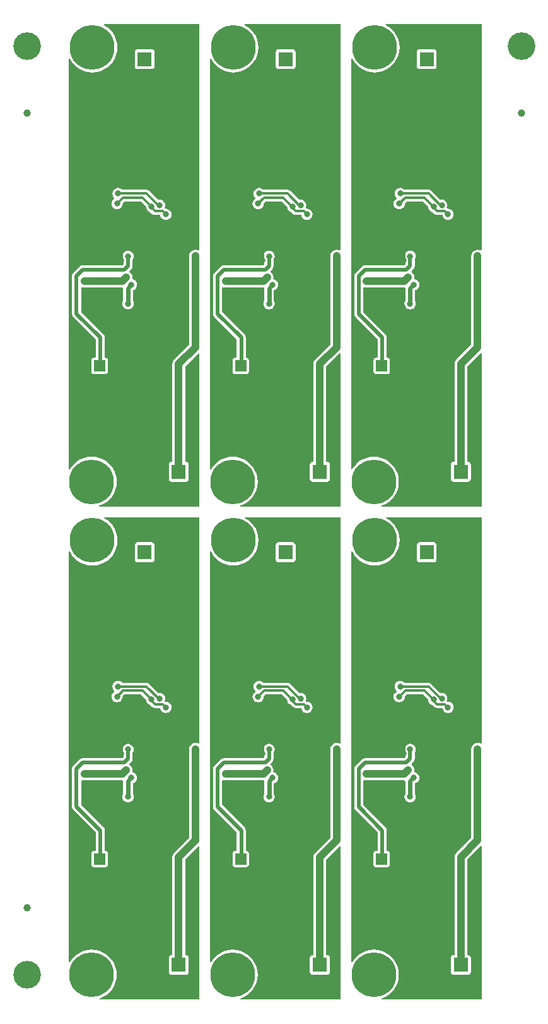
<source format=gbl>
G04*
G04 #@! TF.GenerationSoftware,Altium Limited,Altium Designer,18.1.9 (240)*
G04*
G04 Layer_Physical_Order=2*
G04 Layer_Color=16711680*
%FSAX25Y25*%
%MOIN*%
G70*
G01*
G75*
%ADD10C,0.03937*%
%ADD25C,0.03937*%
%ADD26C,0.01181*%
%ADD27C,0.01968*%
%ADD32C,0.14567*%
%ADD33C,0.23622*%
%ADD34R,0.05906X0.05906*%
%ADD35C,0.05906*%
%ADD36R,0.07677X0.07677*%
%ADD37C,0.07677*%
%ADD38C,0.03150*%
%ADD39C,0.01968*%
%ADD40C,0.11811*%
%ADD41C,0.02362*%
%ADD42C,0.07874*%
G36*
X0502926Y0496307D02*
X0502858Y0496273D01*
X0502426Y0496112D01*
X0501669Y0496425D01*
X0500795Y0496540D01*
X0499922Y0496425D01*
X0499108Y0496088D01*
X0498409Y0495552D01*
X0497872Y0494853D01*
X0497535Y0494039D01*
X0497420Y0493165D01*
Y0446453D01*
X0489550Y0438583D01*
X0489014Y0437884D01*
X0488677Y0437070D01*
X0488562Y0436197D01*
Y0384550D01*
X0488098D01*
X0487561Y0384443D01*
X0487105Y0384139D01*
X0486800Y0383683D01*
X0486693Y0383145D01*
Y0375468D01*
X0486800Y0374931D01*
X0487105Y0374475D01*
X0487561Y0374170D01*
X0488098Y0374063D01*
X0495776D01*
X0496313Y0374170D01*
X0496769Y0374475D01*
X0497074Y0374931D01*
X0497181Y0375468D01*
Y0383145D01*
X0497074Y0383683D01*
X0496769Y0384139D01*
X0496313Y0384443D01*
X0495776Y0384550D01*
X0495312D01*
Y0434798D01*
X0502464Y0441950D01*
X0502926Y0441759D01*
Y0360956D01*
X0449925D01*
X0449865Y0361456D01*
X0450002Y0361488D01*
X0451920Y0362283D01*
X0453690Y0363367D01*
X0455268Y0364716D01*
X0456616Y0366294D01*
X0457701Y0368064D01*
X0458496Y0369982D01*
X0458980Y0372001D01*
X0459143Y0374071D01*
X0458980Y0376140D01*
X0458496Y0378159D01*
X0457701Y0380077D01*
X0456616Y0381847D01*
X0455268Y0383425D01*
X0453690Y0384774D01*
X0451920Y0385858D01*
X0450002Y0386653D01*
X0447983Y0387137D01*
X0445913Y0387300D01*
X0443844Y0387137D01*
X0441825Y0386653D01*
X0439907Y0385858D01*
X0438137Y0384774D01*
X0436558Y0383425D01*
X0435210Y0381847D01*
X0434440Y0380590D01*
X0433940Y0380731D01*
Y0597298D01*
X0434431Y0597396D01*
X0434480Y0597277D01*
X0435565Y0595507D01*
X0436913Y0593928D01*
X0438491Y0592580D01*
X0440262Y0591495D01*
X0442179Y0590701D01*
X0444198Y0590216D01*
X0446268Y0590053D01*
X0448337Y0590216D01*
X0450356Y0590701D01*
X0452274Y0591495D01*
X0454044Y0592580D01*
X0455622Y0593928D01*
X0456971Y0595507D01*
X0458055Y0597277D01*
X0458850Y0599195D01*
X0459335Y0601214D01*
X0459497Y0603283D01*
X0459335Y0605353D01*
X0458850Y0607371D01*
X0458055Y0609289D01*
X0456971Y0611059D01*
X0455622Y0612638D01*
X0454044Y0613986D01*
X0452351Y0615024D01*
X0452368Y0615524D01*
X0502926D01*
Y0496307D01*
D02*
G37*
G36*
X0428359D02*
X0428291Y0496273D01*
X0427859Y0496112D01*
X0427102Y0496425D01*
X0426228Y0496540D01*
X0425355Y0496425D01*
X0424541Y0496088D01*
X0423842Y0495552D01*
X0423305Y0494853D01*
X0422968Y0494039D01*
X0422853Y0493165D01*
Y0446453D01*
X0414983Y0438583D01*
X0414447Y0437884D01*
X0414110Y0437070D01*
X0413995Y0436197D01*
Y0384550D01*
X0413531D01*
X0412994Y0384443D01*
X0412538Y0384139D01*
X0412233Y0383683D01*
X0412126Y0383145D01*
Y0375468D01*
X0412233Y0374931D01*
X0412538Y0374475D01*
X0412994Y0374170D01*
X0413531Y0374063D01*
X0421209D01*
X0421746Y0374170D01*
X0422202Y0374475D01*
X0422507Y0374931D01*
X0422614Y0375468D01*
Y0383145D01*
X0422507Y0383683D01*
X0422202Y0384139D01*
X0421746Y0384443D01*
X0421209Y0384550D01*
X0420745D01*
Y0434798D01*
X0427897Y0441950D01*
X0428359Y0441759D01*
Y0360956D01*
X0375358D01*
X0375299Y0361456D01*
X0375435Y0361488D01*
X0377353Y0362283D01*
X0379123Y0363367D01*
X0380701Y0364716D01*
X0382049Y0366294D01*
X0383134Y0368064D01*
X0383929Y0369982D01*
X0384413Y0372001D01*
X0384576Y0374071D01*
X0384413Y0376140D01*
X0383929Y0378159D01*
X0383134Y0380077D01*
X0382049Y0381847D01*
X0380701Y0383425D01*
X0379123Y0384774D01*
X0377353Y0385858D01*
X0375435Y0386653D01*
X0373416Y0387137D01*
X0371346Y0387300D01*
X0369277Y0387137D01*
X0367258Y0386653D01*
X0365340Y0385858D01*
X0363570Y0384774D01*
X0361992Y0383425D01*
X0360643Y0381847D01*
X0359873Y0380590D01*
X0359373Y0380731D01*
Y0597298D01*
X0359864Y0597396D01*
X0359913Y0597277D01*
X0360998Y0595507D01*
X0362346Y0593928D01*
X0363925Y0592580D01*
X0365695Y0591495D01*
X0367613Y0590701D01*
X0369631Y0590216D01*
X0371701Y0590053D01*
X0373770Y0590216D01*
X0375789Y0590701D01*
X0377707Y0591495D01*
X0379477Y0592580D01*
X0381056Y0593928D01*
X0382404Y0595507D01*
X0383489Y0597277D01*
X0384283Y0599195D01*
X0384768Y0601214D01*
X0384930Y0603283D01*
X0384768Y0605353D01*
X0384283Y0607371D01*
X0383489Y0609289D01*
X0382404Y0611059D01*
X0381056Y0612638D01*
X0379477Y0613986D01*
X0377784Y0615024D01*
X0377801Y0615524D01*
X0428359D01*
Y0496307D01*
D02*
G37*
G36*
X0353792D02*
X0353724Y0496273D01*
X0353292Y0496112D01*
X0352535Y0496425D01*
X0351661Y0496540D01*
X0350788Y0496425D01*
X0349974Y0496088D01*
X0349275Y0495552D01*
X0348738Y0494853D01*
X0348401Y0494039D01*
X0348286Y0493165D01*
Y0446453D01*
X0340416Y0438583D01*
X0339880Y0437884D01*
X0339543Y0437070D01*
X0339428Y0436197D01*
Y0384550D01*
X0338965D01*
X0338427Y0384443D01*
X0337971Y0384139D01*
X0337667Y0383683D01*
X0337560Y0383145D01*
Y0375468D01*
X0337667Y0374931D01*
X0337971Y0374475D01*
X0338427Y0374170D01*
X0338965Y0374063D01*
X0346642D01*
X0347179Y0374170D01*
X0347635Y0374475D01*
X0347940Y0374931D01*
X0348047Y0375468D01*
Y0383145D01*
X0347940Y0383683D01*
X0347635Y0384139D01*
X0347179Y0384443D01*
X0346642Y0384550D01*
X0346179D01*
Y0434798D01*
X0353330Y0441950D01*
X0353792Y0441759D01*
Y0360956D01*
X0300791D01*
X0300732Y0361456D01*
X0300868Y0361488D01*
X0302786Y0362283D01*
X0304556Y0363367D01*
X0306134Y0364716D01*
X0307483Y0366294D01*
X0308567Y0368064D01*
X0309362Y0369982D01*
X0309846Y0372001D01*
X0310009Y0374071D01*
X0309846Y0376140D01*
X0309362Y0378159D01*
X0308567Y0380077D01*
X0307483Y0381847D01*
X0306134Y0383425D01*
X0304556Y0384774D01*
X0302786Y0385858D01*
X0300868Y0386653D01*
X0298849Y0387137D01*
X0296779Y0387300D01*
X0294710Y0387137D01*
X0292691Y0386653D01*
X0290773Y0385858D01*
X0289003Y0384774D01*
X0287425Y0383425D01*
X0286076Y0381847D01*
X0285306Y0380590D01*
X0284806Y0380731D01*
Y0597298D01*
X0285297Y0597396D01*
X0285346Y0597277D01*
X0286431Y0595507D01*
X0287779Y0593928D01*
X0289358Y0592580D01*
X0291128Y0591495D01*
X0293046Y0590701D01*
X0295064Y0590216D01*
X0297134Y0590053D01*
X0299203Y0590216D01*
X0301222Y0590701D01*
X0303140Y0591495D01*
X0304910Y0592580D01*
X0306489Y0593928D01*
X0307837Y0595507D01*
X0308922Y0597277D01*
X0309716Y0599195D01*
X0310201Y0601214D01*
X0310364Y0603283D01*
X0310201Y0605353D01*
X0309716Y0607371D01*
X0308922Y0609289D01*
X0307837Y0611059D01*
X0306489Y0612638D01*
X0304910Y0613986D01*
X0303217Y0615024D01*
X0303234Y0615524D01*
X0353792D01*
Y0496307D01*
D02*
G37*
G36*
X0502926Y0236157D02*
X0502858Y0236124D01*
X0502426Y0235963D01*
X0501669Y0236276D01*
X0500795Y0236391D01*
X0499922Y0236276D01*
X0499108Y0235939D01*
X0498409Y0235402D01*
X0497872Y0234703D01*
X0497535Y0233889D01*
X0497420Y0233016D01*
Y0186304D01*
X0489550Y0178434D01*
X0489014Y0177735D01*
X0488677Y0176921D01*
X0488562Y0176047D01*
Y0124401D01*
X0488098D01*
X0487561Y0124294D01*
X0487105Y0123989D01*
X0486800Y0123534D01*
X0486693Y0122996D01*
Y0115319D01*
X0486800Y0114781D01*
X0487105Y0114325D01*
X0487561Y0114021D01*
X0488098Y0113914D01*
X0495776D01*
X0496313Y0114021D01*
X0496769Y0114325D01*
X0497074Y0114781D01*
X0497181Y0115319D01*
Y0122996D01*
X0497074Y0123534D01*
X0496769Y0123989D01*
X0496313Y0124294D01*
X0495776Y0124401D01*
X0495312D01*
Y0174649D01*
X0502464Y0181801D01*
X0502926Y0181609D01*
Y0100806D01*
X0449925D01*
X0449865Y0101306D01*
X0450002Y0101339D01*
X0451920Y0102134D01*
X0453690Y0103218D01*
X0455268Y0104566D01*
X0456616Y0106145D01*
X0457701Y0107915D01*
X0458496Y0109833D01*
X0458980Y0111852D01*
X0459143Y0113921D01*
X0458980Y0115991D01*
X0458496Y0118009D01*
X0457701Y0119927D01*
X0456616Y0121697D01*
X0455268Y0123276D01*
X0453690Y0124624D01*
X0451920Y0125709D01*
X0450002Y0126504D01*
X0447983Y0126988D01*
X0445913Y0127151D01*
X0443844Y0126988D01*
X0441825Y0126504D01*
X0439907Y0125709D01*
X0438137Y0124624D01*
X0436558Y0123276D01*
X0435210Y0121697D01*
X0434440Y0120441D01*
X0433940Y0120582D01*
Y0337149D01*
X0434431Y0337247D01*
X0434480Y0337128D01*
X0435565Y0335358D01*
X0436913Y0333779D01*
X0438491Y0332431D01*
X0440262Y0331346D01*
X0442179Y0330552D01*
X0444198Y0330067D01*
X0446268Y0329904D01*
X0448337Y0330067D01*
X0450356Y0330552D01*
X0452274Y0331346D01*
X0454044Y0332431D01*
X0455622Y0333779D01*
X0456971Y0335358D01*
X0458055Y0337128D01*
X0458850Y0339046D01*
X0459335Y0341064D01*
X0459497Y0343134D01*
X0459335Y0345203D01*
X0458850Y0347222D01*
X0458055Y0349140D01*
X0456971Y0350910D01*
X0455622Y0352489D01*
X0454044Y0353837D01*
X0452351Y0354874D01*
X0452368Y0355374D01*
X0502926D01*
Y0236157D01*
D02*
G37*
G36*
X0428359D02*
X0428291Y0236124D01*
X0427859Y0235963D01*
X0427102Y0236276D01*
X0426228Y0236391D01*
X0425355Y0236276D01*
X0424541Y0235939D01*
X0423842Y0235402D01*
X0423305Y0234703D01*
X0422968Y0233889D01*
X0422853Y0233016D01*
Y0186304D01*
X0414983Y0178434D01*
X0414447Y0177735D01*
X0414110Y0176921D01*
X0413995Y0176047D01*
Y0124401D01*
X0413531D01*
X0412994Y0124294D01*
X0412538Y0123989D01*
X0412233Y0123534D01*
X0412126Y0122996D01*
Y0115319D01*
X0412233Y0114781D01*
X0412538Y0114325D01*
X0412994Y0114021D01*
X0413531Y0113914D01*
X0421209D01*
X0421746Y0114021D01*
X0422202Y0114325D01*
X0422507Y0114781D01*
X0422614Y0115319D01*
Y0122996D01*
X0422507Y0123534D01*
X0422202Y0123989D01*
X0421746Y0124294D01*
X0421209Y0124401D01*
X0420745D01*
Y0174649D01*
X0427897Y0181801D01*
X0428359Y0181609D01*
Y0100806D01*
X0375358D01*
X0375299Y0101306D01*
X0375435Y0101339D01*
X0377353Y0102134D01*
X0379123Y0103218D01*
X0380701Y0104566D01*
X0382049Y0106145D01*
X0383134Y0107915D01*
X0383929Y0109833D01*
X0384413Y0111852D01*
X0384576Y0113921D01*
X0384413Y0115991D01*
X0383929Y0118009D01*
X0383134Y0119927D01*
X0382049Y0121697D01*
X0380701Y0123276D01*
X0379123Y0124624D01*
X0377353Y0125709D01*
X0375435Y0126504D01*
X0373416Y0126988D01*
X0371346Y0127151D01*
X0369277Y0126988D01*
X0367258Y0126504D01*
X0365340Y0125709D01*
X0363570Y0124624D01*
X0361992Y0123276D01*
X0360643Y0121697D01*
X0359873Y0120441D01*
X0359373Y0120582D01*
Y0337149D01*
X0359864Y0337247D01*
X0359913Y0337128D01*
X0360998Y0335358D01*
X0362346Y0333779D01*
X0363925Y0332431D01*
X0365695Y0331346D01*
X0367613Y0330552D01*
X0369631Y0330067D01*
X0371701Y0329904D01*
X0373770Y0330067D01*
X0375789Y0330552D01*
X0377707Y0331346D01*
X0379477Y0332431D01*
X0381056Y0333779D01*
X0382404Y0335358D01*
X0383489Y0337128D01*
X0384283Y0339046D01*
X0384768Y0341064D01*
X0384930Y0343134D01*
X0384768Y0345203D01*
X0384283Y0347222D01*
X0383489Y0349140D01*
X0382404Y0350910D01*
X0381056Y0352489D01*
X0379477Y0353837D01*
X0377784Y0354874D01*
X0377801Y0355374D01*
X0428359D01*
Y0236157D01*
D02*
G37*
G36*
X0353792D02*
X0353724Y0236124D01*
X0353292Y0235963D01*
X0352535Y0236276D01*
X0351661Y0236391D01*
X0350788Y0236276D01*
X0349974Y0235939D01*
X0349275Y0235402D01*
X0348738Y0234703D01*
X0348401Y0233889D01*
X0348286Y0233016D01*
Y0186304D01*
X0340416Y0178434D01*
X0339880Y0177735D01*
X0339543Y0176921D01*
X0339428Y0176047D01*
Y0124401D01*
X0338965D01*
X0338427Y0124294D01*
X0337971Y0123989D01*
X0337667Y0123534D01*
X0337560Y0122996D01*
Y0115319D01*
X0337667Y0114781D01*
X0337971Y0114325D01*
X0338427Y0114021D01*
X0338965Y0113914D01*
X0346642D01*
X0347179Y0114021D01*
X0347635Y0114325D01*
X0347940Y0114781D01*
X0348047Y0115319D01*
Y0122996D01*
X0347940Y0123534D01*
X0347635Y0123989D01*
X0347179Y0124294D01*
X0346642Y0124401D01*
X0346179D01*
Y0174649D01*
X0353330Y0181801D01*
X0353792Y0181609D01*
Y0100806D01*
X0300791D01*
X0300732Y0101306D01*
X0300868Y0101339D01*
X0302786Y0102134D01*
X0304556Y0103218D01*
X0306134Y0104566D01*
X0307483Y0106145D01*
X0308567Y0107915D01*
X0309362Y0109833D01*
X0309846Y0111852D01*
X0310009Y0113921D01*
X0309846Y0115991D01*
X0309362Y0118009D01*
X0308567Y0119927D01*
X0307483Y0121697D01*
X0306134Y0123276D01*
X0304556Y0124624D01*
X0302786Y0125709D01*
X0300868Y0126504D01*
X0298849Y0126988D01*
X0296779Y0127151D01*
X0294710Y0126988D01*
X0292691Y0126504D01*
X0290773Y0125709D01*
X0289003Y0124624D01*
X0287425Y0123276D01*
X0286076Y0121697D01*
X0285306Y0120441D01*
X0284806Y0120582D01*
Y0337149D01*
X0285297Y0337247D01*
X0285346Y0337128D01*
X0286431Y0335358D01*
X0287779Y0333779D01*
X0289358Y0332431D01*
X0291128Y0331346D01*
X0293046Y0330552D01*
X0295064Y0330067D01*
X0297134Y0329904D01*
X0299203Y0330067D01*
X0301222Y0330552D01*
X0303140Y0331346D01*
X0304910Y0332431D01*
X0306489Y0333779D01*
X0307837Y0335358D01*
X0308922Y0337128D01*
X0309716Y0339046D01*
X0310201Y0341064D01*
X0310364Y0343134D01*
X0310201Y0345203D01*
X0309716Y0347222D01*
X0308922Y0349140D01*
X0307837Y0350910D01*
X0306489Y0352489D01*
X0304910Y0353837D01*
X0303217Y0354874D01*
X0303234Y0355374D01*
X0353792D01*
Y0236157D01*
D02*
G37*
%LPC*%
G36*
X0477705Y0602267D02*
X0470027D01*
X0469490Y0602160D01*
X0469034Y0601855D01*
X0468729Y0601400D01*
X0468623Y0600862D01*
Y0593185D01*
X0468729Y0592647D01*
X0469034Y0592191D01*
X0469490Y0591887D01*
X0470027Y0591780D01*
X0477705D01*
X0478242Y0591887D01*
X0478698Y0592191D01*
X0479003Y0592647D01*
X0479110Y0593185D01*
Y0600862D01*
X0479003Y0601400D01*
X0478698Y0601855D01*
X0478242Y0602160D01*
X0477705Y0602267D01*
D02*
G37*
G36*
X0459850Y0529135D02*
X0459080Y0529034D01*
X0458361Y0528736D01*
X0457744Y0528263D01*
X0457271Y0527646D01*
X0456974Y0526928D01*
X0456872Y0526157D01*
X0456974Y0525386D01*
X0457271Y0524668D01*
X0457744Y0524051D01*
X0457941Y0523901D01*
X0457876Y0523405D01*
X0457813Y0523379D01*
X0457196Y0522906D01*
X0456723Y0522289D01*
X0456426Y0521570D01*
X0456324Y0520800D01*
X0456426Y0520029D01*
X0456723Y0519311D01*
X0457196Y0518694D01*
X0457813Y0518220D01*
X0458532Y0517923D01*
X0459302Y0517821D01*
X0460073Y0517923D01*
X0460791Y0518220D01*
X0461408Y0518694D01*
X0461882Y0519311D01*
X0462179Y0520029D01*
X0462281Y0520800D01*
X0462264Y0520923D01*
X0463365Y0522024D01*
X0471813D01*
X0474641Y0519195D01*
X0474728Y0518536D01*
X0475026Y0517817D01*
X0475499Y0517200D01*
X0476116Y0516727D01*
X0476834Y0516430D01*
X0476883Y0516423D01*
X0477930Y0515376D01*
X0478581Y0514941D01*
X0479349Y0514788D01*
X0482173D01*
X0482226Y0514390D01*
X0482523Y0513672D01*
X0482996Y0513055D01*
X0483613Y0512582D01*
X0484332Y0512284D01*
X0485102Y0512183D01*
X0485873Y0512284D01*
X0486591Y0512582D01*
X0487208Y0513055D01*
X0487682Y0513672D01*
X0487979Y0514390D01*
X0488081Y0515161D01*
X0487979Y0515932D01*
X0487682Y0516650D01*
X0487208Y0517267D01*
X0486591Y0517740D01*
X0485873Y0518038D01*
X0485102Y0518139D01*
X0484979Y0518123D01*
X0484888Y0518214D01*
X0484434Y0518517D01*
X0484690Y0519134D01*
X0484791Y0519905D01*
X0484690Y0520676D01*
X0484392Y0521394D01*
X0483919Y0522011D01*
X0483302Y0522484D01*
X0482584Y0522782D01*
X0481813Y0522883D01*
X0481145Y0522795D01*
X0476364Y0527576D01*
X0475713Y0528011D01*
X0474945Y0528164D01*
X0462032D01*
X0461956Y0528263D01*
X0461340Y0528736D01*
X0460621Y0529034D01*
X0459850Y0529135D01*
D02*
G37*
G36*
X0465102Y0495978D02*
X0464331Y0495876D01*
X0463613Y0495579D01*
X0462996Y0495106D01*
X0462523Y0494489D01*
X0462226Y0493771D01*
X0462124Y0493000D01*
X0462226Y0492229D01*
X0462523Y0491510D01*
X0462694Y0491288D01*
Y0488997D01*
X0462105Y0488408D01*
X0441189D01*
X0440267Y0488225D01*
X0439486Y0487703D01*
X0436218Y0484435D01*
X0435696Y0483654D01*
X0435513Y0482732D01*
Y0462732D01*
X0435696Y0461810D01*
X0436218Y0461029D01*
X0447993Y0449254D01*
Y0439531D01*
X0447134D01*
X0446596Y0439424D01*
X0446140Y0439119D01*
X0445836Y0438663D01*
X0445729Y0438126D01*
Y0432220D01*
X0445836Y0431682D01*
X0446140Y0431227D01*
X0446596Y0430922D01*
X0447134Y0430815D01*
X0453039D01*
X0453577Y0430922D01*
X0454033Y0431227D01*
X0454337Y0431682D01*
X0454444Y0432220D01*
Y0438126D01*
X0454337Y0438663D01*
X0454033Y0439119D01*
X0453577Y0439424D01*
X0453039Y0439531D01*
X0452810D01*
Y0450252D01*
X0452627Y0451173D01*
X0452105Y0451955D01*
X0440330Y0463730D01*
Y0476571D01*
X0440830Y0476905D01*
X0441229Y0476739D01*
X0442102Y0476624D01*
X0462099D01*
X0462119Y0476622D01*
X0462544Y0476176D01*
X0462521Y0476000D01*
Y0469484D01*
X0462226Y0468771D01*
X0462124Y0468000D01*
X0462226Y0467229D01*
X0462523Y0466510D01*
X0462996Y0465894D01*
X0463613Y0465420D01*
X0464331Y0465123D01*
X0465102Y0465021D01*
X0465873Y0465123D01*
X0466592Y0465420D01*
X0467208Y0465894D01*
X0467682Y0466510D01*
X0467979Y0467229D01*
X0468081Y0468000D01*
X0467979Y0468771D01*
X0467684Y0469484D01*
Y0475128D01*
X0467708Y0475131D01*
X0468426Y0475428D01*
X0469043Y0475902D01*
X0469516Y0476518D01*
X0469814Y0477237D01*
X0469915Y0478008D01*
X0469814Y0478778D01*
X0469516Y0479497D01*
X0469043Y0480114D01*
X0468426Y0480587D01*
X0467708Y0480884D01*
X0467370Y0481433D01*
X0467437Y0481944D01*
X0467322Y0482818D01*
X0466985Y0483632D01*
X0466448Y0484331D01*
X0465938Y0484722D01*
X0465832Y0485323D01*
X0466805Y0486297D01*
X0467327Y0487078D01*
X0467511Y0488000D01*
Y0491288D01*
X0467682Y0491510D01*
X0467979Y0492229D01*
X0468081Y0493000D01*
X0467979Y0493771D01*
X0467682Y0494489D01*
X0467208Y0495106D01*
X0466592Y0495579D01*
X0465873Y0495876D01*
X0465102Y0495978D01*
D02*
G37*
G36*
X0403138Y0602267D02*
X0395461D01*
X0394923Y0602160D01*
X0394467Y0601855D01*
X0394163Y0601400D01*
X0394056Y0600862D01*
Y0593185D01*
X0394163Y0592647D01*
X0394467Y0592191D01*
X0394923Y0591887D01*
X0395461Y0591780D01*
X0403138D01*
X0403675Y0591887D01*
X0404131Y0592191D01*
X0404436Y0592647D01*
X0404543Y0593185D01*
Y0600862D01*
X0404436Y0601400D01*
X0404131Y0601855D01*
X0403675Y0602160D01*
X0403138Y0602267D01*
D02*
G37*
G36*
X0385283Y0529135D02*
X0384513Y0529034D01*
X0383794Y0528736D01*
X0383177Y0528263D01*
X0382704Y0527646D01*
X0382407Y0526928D01*
X0382305Y0526157D01*
X0382407Y0525386D01*
X0382704Y0524668D01*
X0383177Y0524051D01*
X0383374Y0523901D01*
X0383309Y0523405D01*
X0383246Y0523379D01*
X0382629Y0522906D01*
X0382156Y0522289D01*
X0381859Y0521570D01*
X0381757Y0520800D01*
X0381859Y0520029D01*
X0382156Y0519311D01*
X0382629Y0518694D01*
X0383246Y0518220D01*
X0383965Y0517923D01*
X0384735Y0517821D01*
X0385506Y0517923D01*
X0386225Y0518220D01*
X0386841Y0518694D01*
X0387315Y0519311D01*
X0387612Y0520029D01*
X0387714Y0520800D01*
X0387697Y0520923D01*
X0388798Y0522024D01*
X0397246D01*
X0400074Y0519195D01*
X0400161Y0518536D01*
X0400459Y0517817D01*
X0400932Y0517200D01*
X0401549Y0516727D01*
X0402267Y0516430D01*
X0402316Y0516423D01*
X0403363Y0515376D01*
X0404014Y0514941D01*
X0404782Y0514788D01*
X0407606D01*
X0407659Y0514390D01*
X0407956Y0513672D01*
X0408429Y0513055D01*
X0409046Y0512582D01*
X0409765Y0512284D01*
X0410535Y0512183D01*
X0411306Y0512284D01*
X0412024Y0512582D01*
X0412641Y0513055D01*
X0413115Y0513672D01*
X0413412Y0514390D01*
X0413514Y0515161D01*
X0413412Y0515932D01*
X0413115Y0516650D01*
X0412641Y0517267D01*
X0412024Y0517740D01*
X0411306Y0518038D01*
X0410535Y0518139D01*
X0410412Y0518123D01*
X0410321Y0518214D01*
X0409867Y0518517D01*
X0410123Y0519134D01*
X0410224Y0519905D01*
X0410123Y0520676D01*
X0409825Y0521394D01*
X0409352Y0522011D01*
X0408735Y0522484D01*
X0408017Y0522782D01*
X0407246Y0522883D01*
X0406578Y0522795D01*
X0401797Y0527576D01*
X0401146Y0528011D01*
X0400378Y0528164D01*
X0387465D01*
X0387389Y0528263D01*
X0386773Y0528736D01*
X0386054Y0529034D01*
X0385283Y0529135D01*
D02*
G37*
G36*
X0390535Y0495978D02*
X0389765Y0495876D01*
X0389046Y0495579D01*
X0388429Y0495106D01*
X0387956Y0494489D01*
X0387659Y0493771D01*
X0387557Y0493000D01*
X0387659Y0492229D01*
X0387956Y0491510D01*
X0388127Y0491288D01*
Y0488997D01*
X0387538Y0488408D01*
X0366622D01*
X0365700Y0488225D01*
X0364919Y0487703D01*
X0361651Y0484435D01*
X0361129Y0483654D01*
X0360946Y0482732D01*
Y0462732D01*
X0361129Y0461810D01*
X0361651Y0461029D01*
X0373426Y0449254D01*
Y0439531D01*
X0372567D01*
X0372029Y0439424D01*
X0371573Y0439119D01*
X0371269Y0438663D01*
X0371162Y0438126D01*
Y0432220D01*
X0371269Y0431682D01*
X0371573Y0431227D01*
X0372029Y0430922D01*
X0372567Y0430815D01*
X0378472D01*
X0379010Y0430922D01*
X0379466Y0431227D01*
X0379770Y0431682D01*
X0379877Y0432220D01*
Y0438126D01*
X0379770Y0438663D01*
X0379466Y0439119D01*
X0379010Y0439424D01*
X0378472Y0439531D01*
X0378243D01*
Y0450252D01*
X0378060Y0451173D01*
X0377538Y0451955D01*
X0365763Y0463730D01*
Y0476571D01*
X0366263Y0476905D01*
X0366662Y0476739D01*
X0367535Y0476624D01*
X0387532D01*
X0387552Y0476622D01*
X0387978Y0476176D01*
X0387954Y0476000D01*
Y0469484D01*
X0387659Y0468771D01*
X0387557Y0468000D01*
X0387659Y0467229D01*
X0387956Y0466510D01*
X0388429Y0465894D01*
X0389046Y0465420D01*
X0389765Y0465123D01*
X0390535Y0465021D01*
X0391306Y0465123D01*
X0392024Y0465420D01*
X0392641Y0465894D01*
X0393115Y0466510D01*
X0393412Y0467229D01*
X0393514Y0468000D01*
X0393412Y0468771D01*
X0393117Y0469484D01*
Y0475128D01*
X0393141Y0475131D01*
X0393859Y0475428D01*
X0394476Y0475902D01*
X0394949Y0476518D01*
X0395247Y0477237D01*
X0395348Y0478008D01*
X0395247Y0478778D01*
X0394949Y0479497D01*
X0394476Y0480114D01*
X0393859Y0480587D01*
X0393141Y0480884D01*
X0392803Y0481433D01*
X0392870Y0481944D01*
X0392755Y0482818D01*
X0392418Y0483632D01*
X0391881Y0484331D01*
X0391371Y0484722D01*
X0391265Y0485323D01*
X0392238Y0486297D01*
X0392761Y0487078D01*
X0392944Y0488000D01*
Y0491288D01*
X0393115Y0491510D01*
X0393412Y0492229D01*
X0393514Y0493000D01*
X0393412Y0493771D01*
X0393115Y0494489D01*
X0392641Y0495106D01*
X0392024Y0495579D01*
X0391306Y0495876D01*
X0390535Y0495978D01*
D02*
G37*
G36*
X0328571Y0602267D02*
X0320894D01*
X0320356Y0602160D01*
X0319900Y0601855D01*
X0319596Y0601400D01*
X0319489Y0600862D01*
Y0593185D01*
X0319596Y0592647D01*
X0319900Y0592191D01*
X0320356Y0591887D01*
X0320894Y0591780D01*
X0328571D01*
X0329109Y0591887D01*
X0329564Y0592191D01*
X0329869Y0592647D01*
X0329976Y0593185D01*
Y0600862D01*
X0329869Y0601400D01*
X0329564Y0601855D01*
X0329109Y0602160D01*
X0328571Y0602267D01*
D02*
G37*
G36*
X0310717Y0529135D02*
X0309946Y0529034D01*
X0309227Y0528736D01*
X0308611Y0528263D01*
X0308137Y0527646D01*
X0307840Y0526928D01*
X0307738Y0526157D01*
X0307840Y0525386D01*
X0308137Y0524668D01*
X0308611Y0524051D01*
X0308807Y0523901D01*
X0308742Y0523405D01*
X0308679Y0523379D01*
X0308063Y0522906D01*
X0307589Y0522289D01*
X0307292Y0521570D01*
X0307190Y0520800D01*
X0307292Y0520029D01*
X0307589Y0519311D01*
X0308063Y0518694D01*
X0308679Y0518220D01*
X0309398Y0517923D01*
X0310169Y0517821D01*
X0310939Y0517923D01*
X0311658Y0518220D01*
X0312274Y0518694D01*
X0312748Y0519311D01*
X0313045Y0520029D01*
X0313147Y0520800D01*
X0313130Y0520923D01*
X0314231Y0522024D01*
X0322679D01*
X0325508Y0519195D01*
X0325594Y0518536D01*
X0325892Y0517817D01*
X0326365Y0517200D01*
X0326982Y0516727D01*
X0327700Y0516430D01*
X0327749Y0516423D01*
X0328796Y0515376D01*
X0329448Y0514941D01*
X0330216Y0514788D01*
X0333039D01*
X0333092Y0514390D01*
X0333389Y0513672D01*
X0333863Y0513055D01*
X0334479Y0512582D01*
X0335198Y0512284D01*
X0335968Y0512183D01*
X0336739Y0512284D01*
X0337458Y0512582D01*
X0338074Y0513055D01*
X0338548Y0513672D01*
X0338845Y0514390D01*
X0338947Y0515161D01*
X0338845Y0515932D01*
X0338548Y0516650D01*
X0338074Y0517267D01*
X0337458Y0517740D01*
X0336739Y0518038D01*
X0335968Y0518139D01*
X0335845Y0518123D01*
X0335754Y0518214D01*
X0335300Y0518517D01*
X0335556Y0519134D01*
X0335657Y0519905D01*
X0335556Y0520676D01*
X0335258Y0521394D01*
X0334785Y0522011D01*
X0334168Y0522484D01*
X0333450Y0522782D01*
X0332679Y0522883D01*
X0332011Y0522795D01*
X0327230Y0527576D01*
X0326579Y0528011D01*
X0325811Y0528164D01*
X0312898D01*
X0312823Y0528263D01*
X0312206Y0528736D01*
X0311487Y0529034D01*
X0310717Y0529135D01*
D02*
G37*
G36*
X0315968Y0495978D02*
X0315198Y0495876D01*
X0314479Y0495579D01*
X0313863Y0495106D01*
X0313389Y0494489D01*
X0313092Y0493771D01*
X0312990Y0493000D01*
X0313092Y0492229D01*
X0313389Y0491510D01*
X0313560Y0491288D01*
Y0488997D01*
X0312971Y0488408D01*
X0292055D01*
X0291133Y0488225D01*
X0290352Y0487703D01*
X0287084Y0484435D01*
X0286562Y0483654D01*
X0286379Y0482732D01*
Y0462732D01*
X0286562Y0461810D01*
X0287084Y0461029D01*
X0298859Y0449254D01*
Y0439531D01*
X0298000D01*
X0297462Y0439424D01*
X0297007Y0439119D01*
X0296702Y0438663D01*
X0296595Y0438126D01*
Y0432220D01*
X0296702Y0431682D01*
X0297007Y0431227D01*
X0297462Y0430922D01*
X0298000Y0430815D01*
X0303906D01*
X0304443Y0430922D01*
X0304899Y0431227D01*
X0305204Y0431682D01*
X0305310Y0432220D01*
Y0438126D01*
X0305204Y0438663D01*
X0304899Y0439119D01*
X0304443Y0439424D01*
X0303906Y0439531D01*
X0303676D01*
Y0450252D01*
X0303493Y0451173D01*
X0302971Y0451955D01*
X0291196Y0463730D01*
Y0476571D01*
X0291696Y0476905D01*
X0292095Y0476739D01*
X0292969Y0476624D01*
X0312965D01*
X0312985Y0476622D01*
X0313411Y0476176D01*
X0313387Y0476000D01*
Y0469484D01*
X0313092Y0468771D01*
X0312990Y0468000D01*
X0313092Y0467229D01*
X0313389Y0466510D01*
X0313863Y0465894D01*
X0314479Y0465420D01*
X0315198Y0465123D01*
X0315968Y0465021D01*
X0316739Y0465123D01*
X0317458Y0465420D01*
X0318074Y0465894D01*
X0318548Y0466510D01*
X0318845Y0467229D01*
X0318947Y0468000D01*
X0318845Y0468771D01*
X0318550Y0469484D01*
Y0475128D01*
X0318574Y0475131D01*
X0319292Y0475428D01*
X0319909Y0475902D01*
X0320382Y0476518D01*
X0320680Y0477237D01*
X0320781Y0478008D01*
X0320680Y0478778D01*
X0320382Y0479497D01*
X0319909Y0480114D01*
X0319292Y0480587D01*
X0318574Y0480884D01*
X0318236Y0481433D01*
X0318303Y0481944D01*
X0318188Y0482818D01*
X0317851Y0483632D01*
X0317315Y0484331D01*
X0316804Y0484722D01*
X0316698Y0485323D01*
X0317671Y0486297D01*
X0318194Y0487078D01*
X0318377Y0488000D01*
Y0491288D01*
X0318548Y0491510D01*
X0318845Y0492229D01*
X0318947Y0493000D01*
X0318845Y0493771D01*
X0318548Y0494489D01*
X0318074Y0495106D01*
X0317458Y0495579D01*
X0316739Y0495876D01*
X0315968Y0495978D01*
D02*
G37*
G36*
X0477705Y0342118D02*
X0470027D01*
X0469490Y0342011D01*
X0469034Y0341706D01*
X0468729Y0341250D01*
X0468623Y0340713D01*
Y0333035D01*
X0468729Y0332498D01*
X0469034Y0332042D01*
X0469490Y0331737D01*
X0470027Y0331630D01*
X0477705D01*
X0478242Y0331737D01*
X0478698Y0332042D01*
X0479003Y0332498D01*
X0479110Y0333035D01*
Y0340713D01*
X0479003Y0341250D01*
X0478698Y0341706D01*
X0478242Y0342011D01*
X0477705Y0342118D01*
D02*
G37*
G36*
X0459850Y0268986D02*
X0459080Y0268885D01*
X0458361Y0268587D01*
X0457744Y0268114D01*
X0457271Y0267497D01*
X0456974Y0266779D01*
X0456872Y0266008D01*
X0456974Y0265237D01*
X0457271Y0264519D01*
X0457744Y0263902D01*
X0457941Y0263751D01*
X0457876Y0263256D01*
X0457813Y0263230D01*
X0457196Y0262756D01*
X0456723Y0262140D01*
X0456426Y0261421D01*
X0456324Y0260650D01*
X0456426Y0259880D01*
X0456723Y0259161D01*
X0457196Y0258544D01*
X0457813Y0258071D01*
X0458532Y0257774D01*
X0459302Y0257672D01*
X0460073Y0257774D01*
X0460791Y0258071D01*
X0461408Y0258544D01*
X0461882Y0259161D01*
X0462179Y0259880D01*
X0462281Y0260650D01*
X0462264Y0260774D01*
X0463365Y0261875D01*
X0471813D01*
X0474641Y0259046D01*
X0474728Y0258386D01*
X0475026Y0257668D01*
X0475499Y0257051D01*
X0476116Y0256578D01*
X0476834Y0256280D01*
X0476883Y0256274D01*
X0477930Y0255226D01*
X0478581Y0254791D01*
X0479349Y0254639D01*
X0482173D01*
X0482226Y0254241D01*
X0482523Y0253523D01*
X0482996Y0252906D01*
X0483613Y0252433D01*
X0484332Y0252135D01*
X0485102Y0252034D01*
X0485873Y0252135D01*
X0486591Y0252433D01*
X0487208Y0252906D01*
X0487682Y0253523D01*
X0487979Y0254241D01*
X0488081Y0255012D01*
X0487979Y0255783D01*
X0487682Y0256501D01*
X0487208Y0257118D01*
X0486591Y0257591D01*
X0485873Y0257889D01*
X0485102Y0257990D01*
X0484979Y0257974D01*
X0484888Y0258065D01*
X0484434Y0258368D01*
X0484690Y0258985D01*
X0484791Y0259756D01*
X0484690Y0260527D01*
X0484392Y0261245D01*
X0483919Y0261862D01*
X0483302Y0262335D01*
X0482584Y0262633D01*
X0481813Y0262734D01*
X0481145Y0262646D01*
X0476364Y0267427D01*
X0475713Y0267862D01*
X0474945Y0268015D01*
X0462032D01*
X0461956Y0268114D01*
X0461340Y0268587D01*
X0460621Y0268885D01*
X0459850Y0268986D01*
D02*
G37*
G36*
X0465102Y0235829D02*
X0464331Y0235727D01*
X0463613Y0235430D01*
X0462996Y0234956D01*
X0462523Y0234339D01*
X0462226Y0233621D01*
X0462124Y0232850D01*
X0462226Y0232080D01*
X0462523Y0231361D01*
X0462694Y0231139D01*
Y0228848D01*
X0462105Y0228259D01*
X0441189D01*
X0440267Y0228076D01*
X0439486Y0227553D01*
X0436218Y0224286D01*
X0435696Y0223504D01*
X0435513Y0222583D01*
Y0202583D01*
X0435696Y0201661D01*
X0436218Y0200880D01*
X0447993Y0189105D01*
Y0179381D01*
X0447134D01*
X0446596Y0179274D01*
X0446140Y0178970D01*
X0445836Y0178514D01*
X0445729Y0177976D01*
Y0172071D01*
X0445836Y0171533D01*
X0446140Y0171077D01*
X0446596Y0170773D01*
X0447134Y0170666D01*
X0453039D01*
X0453577Y0170773D01*
X0454033Y0171077D01*
X0454337Y0171533D01*
X0454444Y0172071D01*
Y0177976D01*
X0454337Y0178514D01*
X0454033Y0178970D01*
X0453577Y0179274D01*
X0453039Y0179381D01*
X0452810D01*
Y0190102D01*
X0452627Y0191024D01*
X0452105Y0191805D01*
X0440330Y0203580D01*
Y0216421D01*
X0440830Y0216755D01*
X0441229Y0216590D01*
X0442102Y0216475D01*
X0462099D01*
X0462119Y0216473D01*
X0462544Y0216027D01*
X0462521Y0215850D01*
Y0209335D01*
X0462226Y0208621D01*
X0462124Y0207850D01*
X0462226Y0207080D01*
X0462523Y0206361D01*
X0462996Y0205745D01*
X0463613Y0205271D01*
X0464331Y0204974D01*
X0465102Y0204872D01*
X0465873Y0204974D01*
X0466592Y0205271D01*
X0467208Y0205745D01*
X0467682Y0206361D01*
X0467979Y0207080D01*
X0468081Y0207850D01*
X0467979Y0208621D01*
X0467684Y0209335D01*
Y0214978D01*
X0467708Y0214982D01*
X0468426Y0215279D01*
X0469043Y0215752D01*
X0469516Y0216369D01*
X0469814Y0217087D01*
X0469915Y0217858D01*
X0469814Y0218629D01*
X0469516Y0219347D01*
X0469043Y0219964D01*
X0468426Y0220438D01*
X0467708Y0220735D01*
X0467370Y0221284D01*
X0467437Y0221795D01*
X0467322Y0222669D01*
X0466985Y0223483D01*
X0466448Y0224182D01*
X0465938Y0224573D01*
X0465832Y0225174D01*
X0466805Y0226147D01*
X0467327Y0226929D01*
X0467511Y0227850D01*
Y0231139D01*
X0467682Y0231361D01*
X0467979Y0232080D01*
X0468081Y0232850D01*
X0467979Y0233621D01*
X0467682Y0234339D01*
X0467208Y0234956D01*
X0466592Y0235430D01*
X0465873Y0235727D01*
X0465102Y0235829D01*
D02*
G37*
G36*
X0403138Y0342118D02*
X0395461D01*
X0394923Y0342011D01*
X0394467Y0341706D01*
X0394163Y0341250D01*
X0394056Y0340713D01*
Y0333035D01*
X0394163Y0332498D01*
X0394467Y0332042D01*
X0394923Y0331737D01*
X0395461Y0331630D01*
X0403138D01*
X0403675Y0331737D01*
X0404131Y0332042D01*
X0404436Y0332498D01*
X0404543Y0333035D01*
Y0340713D01*
X0404436Y0341250D01*
X0404131Y0341706D01*
X0403675Y0342011D01*
X0403138Y0342118D01*
D02*
G37*
G36*
X0385283Y0268986D02*
X0384513Y0268885D01*
X0383794Y0268587D01*
X0383177Y0268114D01*
X0382704Y0267497D01*
X0382407Y0266779D01*
X0382305Y0266008D01*
X0382407Y0265237D01*
X0382704Y0264519D01*
X0383177Y0263902D01*
X0383374Y0263751D01*
X0383309Y0263256D01*
X0383246Y0263230D01*
X0382629Y0262756D01*
X0382156Y0262140D01*
X0381859Y0261421D01*
X0381757Y0260650D01*
X0381859Y0259880D01*
X0382156Y0259161D01*
X0382629Y0258544D01*
X0383246Y0258071D01*
X0383965Y0257774D01*
X0384735Y0257672D01*
X0385506Y0257774D01*
X0386225Y0258071D01*
X0386841Y0258544D01*
X0387315Y0259161D01*
X0387612Y0259880D01*
X0387714Y0260650D01*
X0387697Y0260774D01*
X0388798Y0261875D01*
X0397246D01*
X0400074Y0259046D01*
X0400161Y0258386D01*
X0400459Y0257668D01*
X0400932Y0257051D01*
X0401549Y0256578D01*
X0402267Y0256280D01*
X0402316Y0256274D01*
X0403363Y0255226D01*
X0404014Y0254791D01*
X0404782Y0254639D01*
X0407606D01*
X0407659Y0254241D01*
X0407956Y0253523D01*
X0408429Y0252906D01*
X0409046Y0252433D01*
X0409765Y0252135D01*
X0410535Y0252034D01*
X0411306Y0252135D01*
X0412024Y0252433D01*
X0412641Y0252906D01*
X0413115Y0253523D01*
X0413412Y0254241D01*
X0413514Y0255012D01*
X0413412Y0255783D01*
X0413115Y0256501D01*
X0412641Y0257118D01*
X0412024Y0257591D01*
X0411306Y0257889D01*
X0410535Y0257990D01*
X0410412Y0257974D01*
X0410321Y0258065D01*
X0409867Y0258368D01*
X0410123Y0258985D01*
X0410224Y0259756D01*
X0410123Y0260527D01*
X0409825Y0261245D01*
X0409352Y0261862D01*
X0408735Y0262335D01*
X0408017Y0262633D01*
X0407246Y0262734D01*
X0406578Y0262646D01*
X0401797Y0267427D01*
X0401146Y0267862D01*
X0400378Y0268015D01*
X0387465D01*
X0387389Y0268114D01*
X0386773Y0268587D01*
X0386054Y0268885D01*
X0385283Y0268986D01*
D02*
G37*
G36*
X0390535Y0235829D02*
X0389765Y0235727D01*
X0389046Y0235430D01*
X0388429Y0234956D01*
X0387956Y0234339D01*
X0387659Y0233621D01*
X0387557Y0232850D01*
X0387659Y0232080D01*
X0387956Y0231361D01*
X0388127Y0231139D01*
Y0228848D01*
X0387538Y0228259D01*
X0366622D01*
X0365700Y0228076D01*
X0364919Y0227553D01*
X0361651Y0224286D01*
X0361129Y0223504D01*
X0360946Y0222583D01*
Y0202583D01*
X0361129Y0201661D01*
X0361651Y0200880D01*
X0373426Y0189105D01*
Y0179381D01*
X0372567D01*
X0372029Y0179274D01*
X0371573Y0178970D01*
X0371269Y0178514D01*
X0371162Y0177976D01*
Y0172071D01*
X0371269Y0171533D01*
X0371573Y0171077D01*
X0372029Y0170773D01*
X0372567Y0170666D01*
X0378472D01*
X0379010Y0170773D01*
X0379466Y0171077D01*
X0379770Y0171533D01*
X0379877Y0172071D01*
Y0177976D01*
X0379770Y0178514D01*
X0379466Y0178970D01*
X0379010Y0179274D01*
X0378472Y0179381D01*
X0378243D01*
Y0190102D01*
X0378060Y0191024D01*
X0377538Y0191805D01*
X0365763Y0203580D01*
Y0216421D01*
X0366263Y0216755D01*
X0366662Y0216590D01*
X0367535Y0216475D01*
X0387532D01*
X0387552Y0216473D01*
X0387978Y0216027D01*
X0387954Y0215850D01*
Y0209335D01*
X0387659Y0208621D01*
X0387557Y0207850D01*
X0387659Y0207080D01*
X0387956Y0206361D01*
X0388429Y0205745D01*
X0389046Y0205271D01*
X0389765Y0204974D01*
X0390535Y0204872D01*
X0391306Y0204974D01*
X0392024Y0205271D01*
X0392641Y0205745D01*
X0393115Y0206361D01*
X0393412Y0207080D01*
X0393514Y0207850D01*
X0393412Y0208621D01*
X0393117Y0209335D01*
Y0214978D01*
X0393141Y0214982D01*
X0393859Y0215279D01*
X0394476Y0215752D01*
X0394949Y0216369D01*
X0395247Y0217087D01*
X0395348Y0217858D01*
X0395247Y0218629D01*
X0394949Y0219347D01*
X0394476Y0219964D01*
X0393859Y0220438D01*
X0393141Y0220735D01*
X0392803Y0221284D01*
X0392870Y0221795D01*
X0392755Y0222669D01*
X0392418Y0223483D01*
X0391881Y0224182D01*
X0391371Y0224573D01*
X0391265Y0225174D01*
X0392238Y0226147D01*
X0392761Y0226929D01*
X0392944Y0227850D01*
Y0231139D01*
X0393115Y0231361D01*
X0393412Y0232080D01*
X0393514Y0232850D01*
X0393412Y0233621D01*
X0393115Y0234339D01*
X0392641Y0234956D01*
X0392024Y0235430D01*
X0391306Y0235727D01*
X0390535Y0235829D01*
D02*
G37*
G36*
X0328571Y0342118D02*
X0320894D01*
X0320356Y0342011D01*
X0319900Y0341706D01*
X0319596Y0341250D01*
X0319489Y0340713D01*
Y0333035D01*
X0319596Y0332498D01*
X0319900Y0332042D01*
X0320356Y0331737D01*
X0320894Y0331630D01*
X0328571D01*
X0329109Y0331737D01*
X0329564Y0332042D01*
X0329869Y0332498D01*
X0329976Y0333035D01*
Y0340713D01*
X0329869Y0341250D01*
X0329564Y0341706D01*
X0329109Y0342011D01*
X0328571Y0342118D01*
D02*
G37*
G36*
X0310717Y0268986D02*
X0309946Y0268885D01*
X0309227Y0268587D01*
X0308611Y0268114D01*
X0308137Y0267497D01*
X0307840Y0266779D01*
X0307738Y0266008D01*
X0307840Y0265237D01*
X0308137Y0264519D01*
X0308611Y0263902D01*
X0308807Y0263751D01*
X0308742Y0263256D01*
X0308679Y0263230D01*
X0308063Y0262756D01*
X0307589Y0262140D01*
X0307292Y0261421D01*
X0307190Y0260650D01*
X0307292Y0259880D01*
X0307589Y0259161D01*
X0308063Y0258544D01*
X0308679Y0258071D01*
X0309398Y0257774D01*
X0310169Y0257672D01*
X0310939Y0257774D01*
X0311658Y0258071D01*
X0312274Y0258544D01*
X0312748Y0259161D01*
X0313045Y0259880D01*
X0313147Y0260650D01*
X0313130Y0260774D01*
X0314231Y0261875D01*
X0322679D01*
X0325508Y0259046D01*
X0325594Y0258386D01*
X0325892Y0257668D01*
X0326365Y0257051D01*
X0326982Y0256578D01*
X0327700Y0256280D01*
X0327749Y0256274D01*
X0328796Y0255226D01*
X0329448Y0254791D01*
X0330216Y0254639D01*
X0333039D01*
X0333092Y0254241D01*
X0333389Y0253523D01*
X0333863Y0252906D01*
X0334479Y0252433D01*
X0335198Y0252135D01*
X0335968Y0252034D01*
X0336739Y0252135D01*
X0337458Y0252433D01*
X0338074Y0252906D01*
X0338548Y0253523D01*
X0338845Y0254241D01*
X0338947Y0255012D01*
X0338845Y0255783D01*
X0338548Y0256501D01*
X0338074Y0257118D01*
X0337458Y0257591D01*
X0336739Y0257889D01*
X0335968Y0257990D01*
X0335845Y0257974D01*
X0335754Y0258065D01*
X0335300Y0258368D01*
X0335556Y0258985D01*
X0335657Y0259756D01*
X0335556Y0260527D01*
X0335258Y0261245D01*
X0334785Y0261862D01*
X0334168Y0262335D01*
X0333450Y0262633D01*
X0332679Y0262734D01*
X0332011Y0262646D01*
X0327230Y0267427D01*
X0326579Y0267862D01*
X0325811Y0268015D01*
X0312898D01*
X0312823Y0268114D01*
X0312206Y0268587D01*
X0311487Y0268885D01*
X0310717Y0268986D01*
D02*
G37*
G36*
X0315968Y0235829D02*
X0315198Y0235727D01*
X0314479Y0235430D01*
X0313863Y0234956D01*
X0313389Y0234339D01*
X0313092Y0233621D01*
X0312990Y0232850D01*
X0313092Y0232080D01*
X0313389Y0231361D01*
X0313560Y0231139D01*
Y0228848D01*
X0312971Y0228259D01*
X0292055D01*
X0291133Y0228076D01*
X0290352Y0227553D01*
X0287084Y0224286D01*
X0286562Y0223504D01*
X0286379Y0222583D01*
Y0202583D01*
X0286562Y0201661D01*
X0287084Y0200880D01*
X0298859Y0189105D01*
Y0179381D01*
X0298000D01*
X0297462Y0179274D01*
X0297007Y0178970D01*
X0296702Y0178514D01*
X0296595Y0177976D01*
Y0172071D01*
X0296702Y0171533D01*
X0297007Y0171077D01*
X0297462Y0170773D01*
X0298000Y0170666D01*
X0303906D01*
X0304443Y0170773D01*
X0304899Y0171077D01*
X0305204Y0171533D01*
X0305310Y0172071D01*
Y0177976D01*
X0305204Y0178514D01*
X0304899Y0178970D01*
X0304443Y0179274D01*
X0303906Y0179381D01*
X0303676D01*
Y0190102D01*
X0303493Y0191024D01*
X0302971Y0191805D01*
X0291196Y0203580D01*
Y0216421D01*
X0291696Y0216755D01*
X0292095Y0216590D01*
X0292969Y0216475D01*
X0312965D01*
X0312985Y0216473D01*
X0313411Y0216027D01*
X0313387Y0215850D01*
Y0209335D01*
X0313092Y0208621D01*
X0312990Y0207850D01*
X0313092Y0207080D01*
X0313389Y0206361D01*
X0313863Y0205745D01*
X0314479Y0205271D01*
X0315198Y0204974D01*
X0315968Y0204872D01*
X0316739Y0204974D01*
X0317458Y0205271D01*
X0318074Y0205745D01*
X0318548Y0206361D01*
X0318845Y0207080D01*
X0318947Y0207850D01*
X0318845Y0208621D01*
X0318550Y0209335D01*
Y0214978D01*
X0318574Y0214982D01*
X0319292Y0215279D01*
X0319909Y0215752D01*
X0320382Y0216369D01*
X0320680Y0217087D01*
X0320781Y0217858D01*
X0320680Y0218629D01*
X0320382Y0219347D01*
X0319909Y0219964D01*
X0319292Y0220438D01*
X0318574Y0220735D01*
X0318236Y0221284D01*
X0318303Y0221795D01*
X0318188Y0222669D01*
X0317851Y0223483D01*
X0317315Y0224182D01*
X0316804Y0224573D01*
X0316698Y0225174D01*
X0317671Y0226147D01*
X0318194Y0226929D01*
X0318377Y0227850D01*
Y0231139D01*
X0318548Y0231361D01*
X0318845Y0232080D01*
X0318947Y0232850D01*
X0318845Y0233621D01*
X0318548Y0234339D01*
X0318074Y0234956D01*
X0317458Y0235430D01*
X0316739Y0235727D01*
X0315968Y0235829D01*
D02*
G37*
%LPD*%
D10*
X0524000Y0568567D02*
D03*
X0262500D02*
D03*
Y0149433D02*
D03*
D25*
X0351661Y0184906D02*
Y0233016D01*
X0342803Y0176047D02*
X0351661Y0184906D01*
X0342803Y0119118D02*
Y0176047D01*
X0312983Y0219850D02*
X0314928Y0221795D01*
X0292969Y0219850D02*
X0312983D01*
X0426228Y0184906D02*
Y0233016D01*
X0417370Y0176047D02*
X0426228Y0184906D01*
X0417370Y0119118D02*
Y0176047D01*
X0387550Y0219850D02*
X0389495Y0221795D01*
X0367535Y0219850D02*
X0387550D01*
X0500795Y0184906D02*
Y0233016D01*
X0491937Y0176047D02*
X0500795Y0184906D01*
X0491937Y0119118D02*
Y0176047D01*
X0462117Y0219850D02*
X0464062Y0221795D01*
X0442102Y0219850D02*
X0462117D01*
X0351661Y0445055D02*
Y0493165D01*
X0342803Y0436197D02*
X0351661Y0445055D01*
X0342803Y0379267D02*
Y0436197D01*
X0312983Y0480000D02*
X0314928Y0481944D01*
X0292969Y0480000D02*
X0312983D01*
X0426228Y0445055D02*
Y0493165D01*
X0417370Y0436197D02*
X0426228Y0445055D01*
X0417370Y0379267D02*
Y0436197D01*
X0387550Y0480000D02*
X0389495Y0481944D01*
X0367535Y0480000D02*
X0387550D01*
X0500795Y0445055D02*
Y0493165D01*
X0491937Y0436197D02*
X0500795Y0445055D01*
X0491937Y0379267D02*
Y0436197D01*
X0462117Y0480000D02*
X0464062Y0481944D01*
X0442102Y0480000D02*
X0462117D01*
D26*
X0310169Y0260650D02*
X0313400Y0263882D01*
X0332740Y0259850D02*
X0332854Y0259736D01*
X0334335Y0256646D02*
X0335968Y0255012D01*
X0332835Y0259945D02*
X0332837Y0259943D01*
X0332740Y0259850D02*
X0332835Y0259945D01*
X0313400Y0263882D02*
X0323510D01*
X0330216Y0256646D02*
X0334335D01*
X0328196Y0258666D02*
X0330216Y0256646D01*
X0323510Y0263882D02*
X0328196Y0259196D01*
X0332221Y0259598D02*
X0332378Y0259756D01*
X0332679D01*
Y0259786D02*
X0332837Y0259943D01*
X0332679Y0259756D02*
Y0259786D01*
X0328471Y0258941D02*
Y0259157D01*
X0328196Y0259196D02*
X0328432D01*
X0328471Y0259157D01*
X0328196Y0258666D02*
X0328471Y0258941D01*
X0310717Y0266008D02*
X0325811D01*
X0332221Y0259598D01*
X0384735Y0260650D02*
X0387967Y0263882D01*
X0407307Y0259850D02*
X0407421Y0259736D01*
X0408902Y0256646D02*
X0410535Y0255012D01*
X0407402Y0259945D02*
X0407403Y0259943D01*
X0407307Y0259850D02*
X0407402Y0259945D01*
X0387967Y0263882D02*
X0398077D01*
X0404782Y0256646D02*
X0408902D01*
X0402763Y0258666D02*
X0404782Y0256646D01*
X0398077Y0263882D02*
X0402763Y0259196D01*
X0406787Y0259598D02*
X0406945Y0259756D01*
X0407246D01*
Y0259786D02*
X0407403Y0259943D01*
X0407246Y0259756D02*
Y0259786D01*
X0403038Y0258941D02*
Y0259157D01*
X0402763Y0259196D02*
X0402999D01*
X0403038Y0259157D01*
X0402763Y0258666D02*
X0403038Y0258941D01*
X0385283Y0266008D02*
X0400378D01*
X0406787Y0259598D01*
X0459302Y0260650D02*
X0462534Y0263882D01*
X0481874Y0259850D02*
X0481988Y0259736D01*
X0483468Y0256646D02*
X0485102Y0255012D01*
X0481968Y0259945D02*
X0481970Y0259943D01*
X0481874Y0259850D02*
X0481968Y0259945D01*
X0462534Y0263882D02*
X0472644D01*
X0479349Y0256646D02*
X0483468D01*
X0477329Y0258666D02*
X0479349Y0256646D01*
X0472644Y0263882D02*
X0477329Y0259196D01*
X0481354Y0259598D02*
X0481512Y0259756D01*
X0481813D01*
Y0259786D02*
X0481970Y0259943D01*
X0481813Y0259756D02*
Y0259786D01*
X0477605Y0258941D02*
Y0259157D01*
X0477329Y0259196D02*
X0477566D01*
X0477605Y0259157D01*
X0477329Y0258666D02*
X0477605Y0258941D01*
X0459850Y0266008D02*
X0474945D01*
X0481354Y0259598D01*
X0310169Y0520800D02*
X0313400Y0524031D01*
X0332740Y0520000D02*
X0332854Y0519885D01*
X0334335Y0516795D02*
X0335968Y0515161D01*
X0332835Y0520094D02*
X0332837Y0520092D01*
X0332740Y0520000D02*
X0332835Y0520094D01*
X0313400Y0524031D02*
X0323510D01*
X0330216Y0516795D02*
X0334335D01*
X0328196Y0518815D02*
X0330216Y0516795D01*
X0323510Y0524031D02*
X0328196Y0519346D01*
X0332221Y0519748D02*
X0332378Y0519905D01*
X0332679D01*
Y0519935D02*
X0332837Y0520092D01*
X0332679Y0519905D02*
Y0519935D01*
X0328471Y0519091D02*
Y0519306D01*
X0328196Y0519346D02*
X0328432D01*
X0328471Y0519306D01*
X0328196Y0518815D02*
X0328471Y0519091D01*
X0310717Y0526157D02*
X0325811D01*
X0332221Y0519748D01*
X0384735Y0520800D02*
X0387967Y0524031D01*
X0407307Y0520000D02*
X0407421Y0519885D01*
X0408902Y0516795D02*
X0410535Y0515161D01*
X0407402Y0520094D02*
X0407403Y0520092D01*
X0407307Y0520000D02*
X0407402Y0520094D01*
X0387967Y0524031D02*
X0398077D01*
X0404782Y0516795D02*
X0408902D01*
X0402763Y0518815D02*
X0404782Y0516795D01*
X0398077Y0524031D02*
X0402763Y0519346D01*
X0406787Y0519748D02*
X0406945Y0519905D01*
X0407246D01*
Y0519935D02*
X0407403Y0520092D01*
X0407246Y0519905D02*
Y0519935D01*
X0403038Y0519091D02*
Y0519306D01*
X0402763Y0519346D02*
X0402999D01*
X0403038Y0519306D01*
X0402763Y0518815D02*
X0403038Y0519091D01*
X0385283Y0526157D02*
X0400378D01*
X0406787Y0519748D01*
X0459302Y0520800D02*
X0462534Y0524031D01*
X0481874Y0520000D02*
X0481988Y0519885D01*
X0483468Y0516795D02*
X0485102Y0515161D01*
X0481968Y0520094D02*
X0481970Y0520092D01*
X0481874Y0520000D02*
X0481968Y0520094D01*
X0462534Y0524031D02*
X0472644D01*
X0479349Y0516795D02*
X0483468D01*
X0477329Y0518815D02*
X0479349Y0516795D01*
X0472644Y0524031D02*
X0477329Y0519346D01*
X0481354Y0519748D02*
X0481512Y0519905D01*
X0481813D01*
Y0519935D02*
X0481970Y0520092D01*
X0481813Y0519905D02*
Y0519935D01*
X0477605Y0519091D02*
Y0519306D01*
X0477329Y0519346D02*
X0477566D01*
X0477605Y0519306D01*
X0477329Y0518815D02*
X0477605Y0519091D01*
X0459850Y0526157D02*
X0474945D01*
X0481354Y0519748D01*
D27*
X0288787Y0222583D02*
X0292055Y0225850D01*
X0288787Y0202583D02*
Y0222583D01*
Y0202583D02*
X0301268Y0190102D01*
Y0175024D02*
Y0190102D01*
X0289968Y0250850D02*
X0294468Y0246350D01*
X0326969D02*
X0328969D01*
X0320969D02*
X0324969D01*
X0310968Y0244850D02*
X0312469Y0246350D01*
X0315968Y0227850D02*
Y0232850D01*
X0313968Y0225850D02*
X0315968Y0227850D01*
X0312448Y0242267D02*
X0313000Y0242819D01*
X0312448Y0230732D02*
Y0242267D01*
X0310968Y0244850D02*
X0313000Y0242819D01*
X0315968Y0215850D02*
X0317976Y0217858D01*
X0317803D02*
X0317976D01*
X0292055Y0225850D02*
X0313968D01*
X0363354Y0222583D02*
X0366622Y0225850D01*
X0363354Y0202583D02*
Y0222583D01*
Y0202583D02*
X0375835Y0190102D01*
Y0175024D02*
Y0190102D01*
X0364535Y0250850D02*
X0369035Y0246350D01*
X0401535D02*
X0403535D01*
X0395535D02*
X0399535D01*
X0385535Y0244850D02*
X0387035Y0246350D01*
X0390535Y0227850D02*
Y0232850D01*
X0388535Y0225850D02*
X0390535Y0227850D01*
X0387015Y0242267D02*
X0387567Y0242819D01*
X0387015Y0230732D02*
Y0242267D01*
X0385535Y0244850D02*
X0387567Y0242819D01*
X0390535Y0215850D02*
X0392543Y0217858D01*
X0392370D02*
X0392543D01*
X0366622Y0225850D02*
X0388535D01*
X0437921Y0222583D02*
X0441189Y0225850D01*
X0437921Y0202583D02*
Y0222583D01*
Y0202583D02*
X0450402Y0190102D01*
Y0175024D02*
Y0190102D01*
X0439102Y0250850D02*
X0443602Y0246350D01*
X0476102D02*
X0478102D01*
X0470102D02*
X0474102D01*
X0460102Y0244850D02*
X0461602Y0246350D01*
X0465102Y0227850D02*
Y0232850D01*
X0463102Y0225850D02*
X0465102Y0227850D01*
X0461581Y0242267D02*
X0462134Y0242819D01*
X0461581Y0230732D02*
Y0242267D01*
X0460102Y0244850D02*
X0462134Y0242819D01*
X0465102Y0215850D02*
X0467110Y0217858D01*
X0466937D02*
X0467110D01*
X0441189Y0225850D02*
X0463102D01*
X0288787Y0482732D02*
X0292055Y0486000D01*
X0288787Y0462732D02*
Y0482732D01*
Y0462732D02*
X0301268Y0450252D01*
Y0435173D02*
Y0450252D01*
X0289968Y0511000D02*
X0294468Y0506500D01*
X0326969D02*
X0328969D01*
X0320969D02*
X0324969D01*
X0310968Y0505000D02*
X0312469Y0506500D01*
X0315968Y0488000D02*
Y0493000D01*
X0313968Y0486000D02*
X0315968Y0488000D01*
X0312448Y0502416D02*
X0313000Y0502968D01*
X0312448Y0490881D02*
Y0502416D01*
X0310968Y0505000D02*
X0313000Y0502968D01*
X0315968Y0476000D02*
X0317976Y0478008D01*
X0317803D02*
X0317976D01*
X0292055Y0486000D02*
X0313968D01*
X0363354Y0482732D02*
X0366622Y0486000D01*
X0363354Y0462732D02*
Y0482732D01*
Y0462732D02*
X0375835Y0450252D01*
Y0435173D02*
Y0450252D01*
X0364535Y0511000D02*
X0369035Y0506500D01*
X0401535D02*
X0403535D01*
X0395535D02*
X0399535D01*
X0385535Y0505000D02*
X0387035Y0506500D01*
X0390535Y0488000D02*
Y0493000D01*
X0388535Y0486000D02*
X0390535Y0488000D01*
X0387015Y0502416D02*
X0387567Y0502968D01*
X0387015Y0490881D02*
Y0502416D01*
X0385535Y0505000D02*
X0387567Y0502968D01*
X0390535Y0476000D02*
X0392543Y0478008D01*
X0392370D02*
X0392543D01*
X0366622Y0486000D02*
X0388535D01*
X0437921Y0482732D02*
X0441189Y0486000D01*
X0437921Y0462732D02*
Y0482732D01*
Y0462732D02*
X0450402Y0450252D01*
Y0435173D02*
Y0450252D01*
X0439102Y0511000D02*
X0443602Y0506500D01*
X0476102D02*
X0478102D01*
X0470102D02*
X0474102D01*
X0460102Y0505000D02*
X0461602Y0506500D01*
X0465102Y0488000D02*
Y0493000D01*
X0463102Y0486000D02*
X0465102Y0488000D01*
X0461581Y0502416D02*
X0462134Y0502968D01*
X0461581Y0490881D02*
Y0502416D01*
X0460102Y0505000D02*
X0462134Y0502968D01*
X0465102Y0476000D02*
X0467110Y0478008D01*
X0466937D02*
X0467110D01*
X0441189Y0486000D02*
X0463102D01*
D32*
X0524000Y0604000D02*
D03*
X0262500D02*
D03*
Y0114000D02*
D03*
D33*
X0297134Y0343134D02*
D03*
X0296779Y0113921D02*
D03*
X0371701Y0343134D02*
D03*
X0371346Y0113921D02*
D03*
X0446268Y0343134D02*
D03*
X0445913Y0113921D02*
D03*
X0297134Y0603283D02*
D03*
X0296779Y0374071D02*
D03*
X0371701Y0603283D02*
D03*
X0371346Y0374071D02*
D03*
X0446268Y0603283D02*
D03*
X0445913Y0374071D02*
D03*
D34*
X0300953Y0175024D02*
D03*
X0375520D02*
D03*
X0450087D02*
D03*
X0300953Y0435173D02*
D03*
X0375520D02*
D03*
X0450087D02*
D03*
D35*
X0290953Y0175024D02*
D03*
X0365520D02*
D03*
X0440087D02*
D03*
X0290953Y0435173D02*
D03*
X0365520D02*
D03*
X0440087D02*
D03*
D36*
X0342803Y0119158D02*
D03*
X0324732Y0336874D02*
D03*
X0417370Y0119158D02*
D03*
X0399299Y0336874D02*
D03*
X0491937Y0119158D02*
D03*
X0473866Y0336874D02*
D03*
X0342803Y0379307D02*
D03*
X0324732Y0597023D02*
D03*
X0417370Y0379307D02*
D03*
X0399299Y0597023D02*
D03*
X0491937Y0379307D02*
D03*
X0473866Y0597023D02*
D03*
D37*
X0322803Y0119118D02*
D03*
X0344732Y0336913D02*
D03*
X0397370Y0119118D02*
D03*
X0419299Y0336913D02*
D03*
X0471937Y0119118D02*
D03*
X0493866Y0336913D02*
D03*
X0322803Y0379267D02*
D03*
X0344732Y0597063D02*
D03*
X0397370Y0379267D02*
D03*
X0419299Y0597063D02*
D03*
X0471937Y0379267D02*
D03*
X0493866Y0597063D02*
D03*
D38*
X0338276Y0185378D02*
D03*
X0345362Y0191677D02*
D03*
X0295913Y0220024D02*
D03*
X0296543Y0283410D02*
D03*
X0351661Y0233016D02*
D03*
X0342213Y0195693D02*
D03*
X0332646Y0307268D02*
D03*
X0327468Y0210850D02*
D03*
X0302724Y0209118D02*
D03*
X0293709Y0207347D02*
D03*
X0300480Y0283410D02*
D03*
X0347370Y0259591D02*
D03*
X0347173Y0266559D02*
D03*
X0346740Y0276835D02*
D03*
X0345362Y0186165D02*
D03*
X0329969Y0185850D02*
D03*
X0312469D02*
D03*
X0295244Y0186756D02*
D03*
X0293590Y0191795D02*
D03*
X0289457Y0307661D02*
D03*
X0310169Y0260650D02*
D03*
X0335968Y0255012D02*
D03*
X0292969Y0219850D02*
D03*
X0315968Y0207850D02*
D03*
Y0232850D02*
D03*
X0300874Y0269630D02*
D03*
X0301661Y0256638D02*
D03*
X0312644Y0220141D02*
D03*
X0317803Y0217858D02*
D03*
X0314928Y0221795D02*
D03*
X0312448Y0230732D02*
D03*
X0310402Y0231638D02*
D03*
X0296504Y0237898D02*
D03*
X0328471Y0259157D02*
D03*
X0332679Y0259756D02*
D03*
X0340390Y0313295D02*
D03*
X0319181Y0314512D02*
D03*
X0310717Y0266008D02*
D03*
X0312134Y0289472D02*
D03*
X0312094Y0285850D02*
D03*
X0312283Y0293370D02*
D03*
X0312370Y0301559D02*
D03*
X0312409Y0297661D02*
D03*
X0312724Y0305693D02*
D03*
X0289496Y0186441D02*
D03*
X0412843Y0185378D02*
D03*
X0419929Y0191677D02*
D03*
X0370480Y0220024D02*
D03*
X0371110Y0283410D02*
D03*
X0426228Y0233016D02*
D03*
X0416780Y0195693D02*
D03*
X0407213Y0307268D02*
D03*
X0402035Y0210850D02*
D03*
X0377291Y0209118D02*
D03*
X0368276Y0207347D02*
D03*
X0375047Y0283410D02*
D03*
X0421937Y0259591D02*
D03*
X0421740Y0266559D02*
D03*
X0421307Y0276835D02*
D03*
X0419929Y0186165D02*
D03*
X0404535Y0185850D02*
D03*
X0387035D02*
D03*
X0369811Y0186756D02*
D03*
X0368158Y0191795D02*
D03*
X0364024Y0307661D02*
D03*
X0384735Y0260650D02*
D03*
X0410535Y0255012D02*
D03*
X0367535Y0219850D02*
D03*
X0390535Y0207850D02*
D03*
Y0232850D02*
D03*
X0375441Y0269630D02*
D03*
X0376228Y0256638D02*
D03*
X0387211Y0220141D02*
D03*
X0392370Y0217858D02*
D03*
X0389495Y0221795D02*
D03*
X0387015Y0230732D02*
D03*
X0384968Y0231638D02*
D03*
X0371071Y0237898D02*
D03*
X0403038Y0259157D02*
D03*
X0407246Y0259756D02*
D03*
X0414957Y0313295D02*
D03*
X0393748Y0314512D02*
D03*
X0385283Y0266008D02*
D03*
X0386701Y0289472D02*
D03*
X0386661Y0285850D02*
D03*
X0386850Y0293370D02*
D03*
X0386937Y0301559D02*
D03*
X0386976Y0297661D02*
D03*
X0387291Y0305693D02*
D03*
X0364063Y0186441D02*
D03*
X0487409Y0185378D02*
D03*
X0494496Y0191677D02*
D03*
X0445047Y0220024D02*
D03*
X0445677Y0283410D02*
D03*
X0500795Y0233016D02*
D03*
X0491346Y0195693D02*
D03*
X0481779Y0307268D02*
D03*
X0476602Y0210850D02*
D03*
X0451858Y0209118D02*
D03*
X0442842Y0207347D02*
D03*
X0449614Y0283410D02*
D03*
X0496504Y0259591D02*
D03*
X0496307Y0266559D02*
D03*
X0495874Y0276835D02*
D03*
X0494496Y0186165D02*
D03*
X0479102Y0185850D02*
D03*
X0461602D02*
D03*
X0444378Y0186756D02*
D03*
X0442724Y0191795D02*
D03*
X0438590Y0307661D02*
D03*
X0459302Y0260650D02*
D03*
X0485102Y0255012D02*
D03*
X0442102Y0219850D02*
D03*
X0465102Y0207850D02*
D03*
Y0232850D02*
D03*
X0450008Y0269630D02*
D03*
X0450795Y0256638D02*
D03*
X0461778Y0220141D02*
D03*
X0466937Y0217858D02*
D03*
X0464062Y0221795D02*
D03*
X0461581Y0230732D02*
D03*
X0459535Y0231638D02*
D03*
X0445638Y0237898D02*
D03*
X0477605Y0259157D02*
D03*
X0481813Y0259756D02*
D03*
X0489524Y0313295D02*
D03*
X0468315Y0314512D02*
D03*
X0459850Y0266008D02*
D03*
X0461268Y0289472D02*
D03*
X0461228Y0285850D02*
D03*
X0461417Y0293370D02*
D03*
X0461504Y0301559D02*
D03*
X0461543Y0297661D02*
D03*
X0461858Y0305693D02*
D03*
X0438630Y0186441D02*
D03*
X0338276Y0445527D02*
D03*
X0345362Y0451826D02*
D03*
X0295913Y0480173D02*
D03*
X0296543Y0543559D02*
D03*
X0351661Y0493165D02*
D03*
X0342213Y0455842D02*
D03*
X0332646Y0567417D02*
D03*
X0327468Y0471000D02*
D03*
X0302724Y0469267D02*
D03*
X0293709Y0467496D02*
D03*
X0300480Y0543559D02*
D03*
X0347370Y0519740D02*
D03*
X0347173Y0526708D02*
D03*
X0346740Y0536984D02*
D03*
X0345362Y0446315D02*
D03*
X0329969Y0446000D02*
D03*
X0312469D02*
D03*
X0295244Y0446905D02*
D03*
X0293590Y0451944D02*
D03*
X0289457Y0567811D02*
D03*
X0310169Y0520800D02*
D03*
X0335968Y0515161D02*
D03*
X0292969Y0480000D02*
D03*
X0315968Y0468000D02*
D03*
Y0493000D02*
D03*
X0300874Y0529779D02*
D03*
X0301661Y0516787D02*
D03*
X0312644Y0480291D02*
D03*
X0317803Y0478008D02*
D03*
X0314928Y0481944D02*
D03*
X0312448Y0490881D02*
D03*
X0310402Y0491787D02*
D03*
X0296504Y0498047D02*
D03*
X0328471Y0519306D02*
D03*
X0332679Y0519905D02*
D03*
X0340390Y0573445D02*
D03*
X0319181Y0574661D02*
D03*
X0310717Y0526157D02*
D03*
X0312134Y0549622D02*
D03*
X0312094Y0546000D02*
D03*
X0312283Y0553519D02*
D03*
X0312370Y0561708D02*
D03*
X0312409Y0557811D02*
D03*
X0312724Y0565842D02*
D03*
X0289496Y0446590D02*
D03*
X0412843Y0445527D02*
D03*
X0419929Y0451826D02*
D03*
X0370480Y0480173D02*
D03*
X0371110Y0543559D02*
D03*
X0426228Y0493165D02*
D03*
X0416780Y0455842D02*
D03*
X0407213Y0567417D02*
D03*
X0402035Y0471000D02*
D03*
X0377291Y0469267D02*
D03*
X0368276Y0467496D02*
D03*
X0375047Y0543559D02*
D03*
X0421937Y0519740D02*
D03*
X0421740Y0526708D02*
D03*
X0421307Y0536984D02*
D03*
X0419929Y0446315D02*
D03*
X0404535Y0446000D02*
D03*
X0387035D02*
D03*
X0369811Y0446905D02*
D03*
X0368158Y0451944D02*
D03*
X0364024Y0567811D02*
D03*
X0384735Y0520800D02*
D03*
X0410535Y0515161D02*
D03*
X0367535Y0480000D02*
D03*
X0390535Y0468000D02*
D03*
Y0493000D02*
D03*
X0375441Y0529779D02*
D03*
X0376228Y0516787D02*
D03*
X0387211Y0480291D02*
D03*
X0392370Y0478008D02*
D03*
X0389495Y0481944D02*
D03*
X0387015Y0490881D02*
D03*
X0384968Y0491787D02*
D03*
X0371071Y0498047D02*
D03*
X0403038Y0519306D02*
D03*
X0407246Y0519905D02*
D03*
X0414957Y0573445D02*
D03*
X0393748Y0574661D02*
D03*
X0385283Y0526157D02*
D03*
X0386701Y0549622D02*
D03*
X0386661Y0546000D02*
D03*
X0386850Y0553519D02*
D03*
X0386937Y0561708D02*
D03*
X0386976Y0557811D02*
D03*
X0387291Y0565842D02*
D03*
X0364063Y0446590D02*
D03*
X0487409Y0445527D02*
D03*
X0494496Y0451826D02*
D03*
X0445047Y0480173D02*
D03*
X0445677Y0543559D02*
D03*
X0500795Y0493165D02*
D03*
X0491346Y0455842D02*
D03*
X0481779Y0567417D02*
D03*
X0476602Y0471000D02*
D03*
X0451858Y0469267D02*
D03*
X0442842Y0467496D02*
D03*
X0449614Y0543559D02*
D03*
X0496504Y0519740D02*
D03*
X0496307Y0526708D02*
D03*
X0495874Y0536984D02*
D03*
X0494496Y0446315D02*
D03*
X0479102Y0446000D02*
D03*
X0461602D02*
D03*
X0444378Y0446905D02*
D03*
X0442724Y0451944D02*
D03*
X0438590Y0567811D02*
D03*
X0459302Y0520800D02*
D03*
X0485102Y0515161D02*
D03*
X0442102Y0480000D02*
D03*
X0465102Y0468000D02*
D03*
Y0493000D02*
D03*
X0450008Y0529779D02*
D03*
X0450795Y0516787D02*
D03*
X0461778Y0480291D02*
D03*
X0466937Y0478008D02*
D03*
X0464062Y0481944D02*
D03*
X0461581Y0490881D02*
D03*
X0459535Y0491787D02*
D03*
X0445638Y0498047D02*
D03*
X0477605Y0519306D02*
D03*
X0481813Y0519905D02*
D03*
X0489524Y0573445D02*
D03*
X0468315Y0574661D02*
D03*
X0459850Y0526157D02*
D03*
X0461268Y0549622D02*
D03*
X0461228Y0546000D02*
D03*
X0461417Y0553519D02*
D03*
X0461504Y0561708D02*
D03*
X0461543Y0557811D02*
D03*
X0461858Y0565842D02*
D03*
X0438630Y0446590D02*
D03*
D39*
X0315913Y0251323D02*
D03*
X0315835Y0248882D02*
D03*
X0315795Y0243843D02*
D03*
X0315913Y0241323D02*
D03*
X0300520Y0246402D02*
D03*
X0302764Y0246441D02*
D03*
X0315835D02*
D03*
X0318158Y0246402D02*
D03*
X0320284D02*
D03*
X0343969Y0254850D02*
D03*
X0340968Y0252850D02*
D03*
X0338551Y0251047D02*
D03*
X0335953Y0249197D02*
D03*
X0344142Y0237976D02*
D03*
X0341465Y0239591D02*
D03*
X0338433Y0241677D02*
D03*
X0335835Y0243331D02*
D03*
X0348236Y0246402D02*
D03*
X0346150Y0246441D02*
D03*
X0344102Y0246402D02*
D03*
X0342016Y0246362D02*
D03*
X0339968D02*
D03*
X0337921D02*
D03*
X0335913Y0246402D02*
D03*
X0333866Y0246441D02*
D03*
X0322134Y0244370D02*
D03*
Y0248370D02*
D03*
X0332134D02*
D03*
Y0244370D02*
D03*
X0327134D02*
D03*
Y0248370D02*
D03*
X0323134Y0246370D02*
D03*
X0325134D02*
D03*
X0327134D02*
D03*
X0329134D02*
D03*
X0331134D02*
D03*
X0304969Y0246402D02*
D03*
X0390480Y0251323D02*
D03*
X0390402Y0248882D02*
D03*
X0390362Y0243843D02*
D03*
X0390480Y0241323D02*
D03*
X0375087Y0246402D02*
D03*
X0377331Y0246441D02*
D03*
X0390402D02*
D03*
X0392724Y0246402D02*
D03*
X0394850D02*
D03*
X0418535Y0254850D02*
D03*
X0415535Y0252850D02*
D03*
X0413118Y0251047D02*
D03*
X0410520Y0249197D02*
D03*
X0418709Y0237976D02*
D03*
X0416032Y0239591D02*
D03*
X0413000Y0241677D02*
D03*
X0410402Y0243331D02*
D03*
X0422803Y0246402D02*
D03*
X0420716Y0246441D02*
D03*
X0418669Y0246402D02*
D03*
X0416583Y0246362D02*
D03*
X0414535D02*
D03*
X0412488D02*
D03*
X0410480Y0246402D02*
D03*
X0408433Y0246441D02*
D03*
X0396701Y0244370D02*
D03*
Y0248370D02*
D03*
X0406701D02*
D03*
Y0244370D02*
D03*
X0401701D02*
D03*
Y0248370D02*
D03*
X0397701Y0246370D02*
D03*
X0399701D02*
D03*
X0401701D02*
D03*
X0403701D02*
D03*
X0405701D02*
D03*
X0379535Y0246402D02*
D03*
X0465047Y0251323D02*
D03*
X0464968Y0248882D02*
D03*
X0464929Y0243843D02*
D03*
X0465047Y0241323D02*
D03*
X0449653Y0246402D02*
D03*
X0451898Y0246441D02*
D03*
X0464968D02*
D03*
X0467291Y0246402D02*
D03*
X0469417D02*
D03*
X0493102Y0254850D02*
D03*
X0490102Y0252850D02*
D03*
X0487685Y0251047D02*
D03*
X0485087Y0249197D02*
D03*
X0493276Y0237976D02*
D03*
X0490598Y0239591D02*
D03*
X0487567Y0241677D02*
D03*
X0484969Y0243331D02*
D03*
X0497370Y0246402D02*
D03*
X0495283Y0246441D02*
D03*
X0493236Y0246402D02*
D03*
X0491150Y0246362D02*
D03*
X0489102D02*
D03*
X0487055D02*
D03*
X0485047Y0246402D02*
D03*
X0483000Y0246441D02*
D03*
X0471268Y0244370D02*
D03*
Y0248370D02*
D03*
X0481268D02*
D03*
Y0244370D02*
D03*
X0476268D02*
D03*
Y0248370D02*
D03*
X0472268Y0246370D02*
D03*
X0474268D02*
D03*
X0476268D02*
D03*
X0478268D02*
D03*
X0480268D02*
D03*
X0454102Y0246402D02*
D03*
X0315913Y0511472D02*
D03*
X0315835Y0509031D02*
D03*
X0315795Y0503992D02*
D03*
X0315913Y0501472D02*
D03*
X0300520Y0506551D02*
D03*
X0302764Y0506590D02*
D03*
X0315835D02*
D03*
X0318158Y0506551D02*
D03*
X0320284D02*
D03*
X0343969Y0515000D02*
D03*
X0340968Y0513000D02*
D03*
X0338551Y0511197D02*
D03*
X0335953Y0509346D02*
D03*
X0344142Y0498126D02*
D03*
X0341465Y0499740D02*
D03*
X0338433Y0501826D02*
D03*
X0335835Y0503480D02*
D03*
X0348236Y0506551D02*
D03*
X0346150Y0506590D02*
D03*
X0344102Y0506551D02*
D03*
X0342016Y0506511D02*
D03*
X0339968D02*
D03*
X0337921D02*
D03*
X0335913Y0506551D02*
D03*
X0333866Y0506590D02*
D03*
X0322134Y0504519D02*
D03*
Y0508519D02*
D03*
X0332134D02*
D03*
Y0504519D02*
D03*
X0327134D02*
D03*
Y0508519D02*
D03*
X0323134Y0506519D02*
D03*
X0325134D02*
D03*
X0327134D02*
D03*
X0329134D02*
D03*
X0331134D02*
D03*
X0304969Y0506551D02*
D03*
X0390480Y0511472D02*
D03*
X0390402Y0509031D02*
D03*
X0390362Y0503992D02*
D03*
X0390480Y0501472D02*
D03*
X0375087Y0506551D02*
D03*
X0377331Y0506590D02*
D03*
X0390402D02*
D03*
X0392724Y0506551D02*
D03*
X0394850D02*
D03*
X0418535Y0515000D02*
D03*
X0415535Y0513000D02*
D03*
X0413118Y0511197D02*
D03*
X0410520Y0509346D02*
D03*
X0418709Y0498126D02*
D03*
X0416032Y0499740D02*
D03*
X0413000Y0501826D02*
D03*
X0410402Y0503480D02*
D03*
X0422803Y0506551D02*
D03*
X0420716Y0506590D02*
D03*
X0418669Y0506551D02*
D03*
X0416583Y0506511D02*
D03*
X0414535D02*
D03*
X0412488D02*
D03*
X0410480Y0506551D02*
D03*
X0408433Y0506590D02*
D03*
X0396701Y0504519D02*
D03*
Y0508519D02*
D03*
X0406701D02*
D03*
Y0504519D02*
D03*
X0401701D02*
D03*
Y0508519D02*
D03*
X0397701Y0506519D02*
D03*
X0399701D02*
D03*
X0401701D02*
D03*
X0403701D02*
D03*
X0405701D02*
D03*
X0379535Y0506551D02*
D03*
X0465047Y0511472D02*
D03*
X0464968Y0509031D02*
D03*
X0464929Y0503992D02*
D03*
X0465047Y0501472D02*
D03*
X0449653Y0506551D02*
D03*
X0451898Y0506590D02*
D03*
X0464968D02*
D03*
X0467291Y0506551D02*
D03*
X0469417D02*
D03*
X0493102Y0515000D02*
D03*
X0490102Y0513000D02*
D03*
X0487685Y0511197D02*
D03*
X0485087Y0509346D02*
D03*
X0493276Y0498126D02*
D03*
X0490598Y0499740D02*
D03*
X0487567Y0501826D02*
D03*
X0484969Y0503480D02*
D03*
X0497370Y0506551D02*
D03*
X0495283Y0506590D02*
D03*
X0493236Y0506551D02*
D03*
X0491150Y0506511D02*
D03*
X0489102D02*
D03*
X0487055D02*
D03*
X0485047Y0506551D02*
D03*
X0483000Y0506590D02*
D03*
X0471268Y0504519D02*
D03*
Y0508519D02*
D03*
X0481268D02*
D03*
Y0504519D02*
D03*
X0476268D02*
D03*
Y0508519D02*
D03*
X0472268Y0506519D02*
D03*
X0474268D02*
D03*
X0476268D02*
D03*
X0478268D02*
D03*
X0480268D02*
D03*
X0454102Y0506551D02*
D03*
D40*
X0301969Y0246350D02*
X0312469D01*
X0294468D02*
X0301969D01*
X0328969D02*
X0346468D01*
X0324969D02*
X0326969D01*
X0312469D02*
X0320969D01*
X0291071Y0249512D02*
X0291307D01*
X0294468Y0246350D01*
X0376535D02*
X0387035D01*
X0369035D02*
X0376535D01*
X0403535D02*
X0421035D01*
X0399535D02*
X0401535D01*
X0387035D02*
X0395535D01*
X0365638Y0249512D02*
X0365874D01*
X0369035Y0246350D01*
X0451102D02*
X0461602D01*
X0443602D02*
X0451102D01*
X0478102D02*
X0495602D01*
X0474102D02*
X0476102D01*
X0461602D02*
X0470102D01*
X0440205Y0249512D02*
X0440441D01*
X0443602Y0246350D01*
X0301969Y0506500D02*
X0312469D01*
X0294468D02*
X0301969D01*
X0328969D02*
X0346468D01*
X0324969D02*
X0326969D01*
X0312469D02*
X0320969D01*
X0291071Y0509661D02*
X0291307D01*
X0294468Y0506500D01*
X0376535D02*
X0387035D01*
X0369035D02*
X0376535D01*
X0403535D02*
X0421035D01*
X0399535D02*
X0401535D01*
X0387035D02*
X0395535D01*
X0365638Y0509661D02*
X0365874D01*
X0369035Y0506500D01*
X0451102D02*
X0461602D01*
X0443602D02*
X0451102D01*
X0478102D02*
X0495602D01*
X0474102D02*
X0476102D01*
X0461602D02*
X0470102D01*
X0440205Y0509661D02*
X0440441D01*
X0443602Y0506500D01*
D41*
X0315968Y0207850D02*
Y0215850D01*
X0390535Y0207850D02*
Y0215850D01*
X0465102Y0207850D02*
Y0215850D01*
X0315968Y0468000D02*
Y0476000D01*
X0390535Y0468000D02*
Y0476000D01*
X0465102Y0468000D02*
Y0476000D01*
D42*
X0301969Y0246350D02*
Y0274898D01*
X0312283Y0285213D01*
Y0305339D01*
X0376535Y0246350D02*
Y0274898D01*
X0386850Y0285213D01*
Y0305339D01*
X0451102Y0246350D02*
Y0274898D01*
X0461417Y0285213D01*
Y0305339D01*
X0301969Y0506500D02*
Y0535047D01*
X0312283Y0545362D01*
Y0565488D01*
X0376535Y0506500D02*
Y0535047D01*
X0386850Y0545362D01*
Y0565488D01*
X0451102Y0506500D02*
Y0535047D01*
X0461417Y0545362D01*
Y0565488D01*
M02*

</source>
